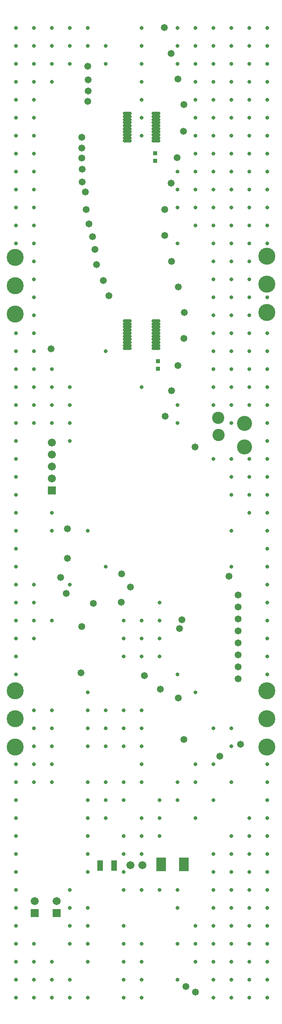
<source format=gbs>
G04*
G04 #@! TF.GenerationSoftware,Altium Limited,Altium Designer,18.1.6 (161)*
G04*
G04 Layer_Color=16711935*
%FSLAX25Y25*%
%MOIN*%
G70*
G01*
G75*
%ADD18R,0.03800X0.03600*%
%ADD30C,0.12611*%
%ADD31C,0.06706*%
%ADD32R,0.06706X0.06706*%
%ADD33C,0.03300*%
%ADD34C,0.10249*%
%ADD35C,0.14186*%
%ADD36C,0.05800*%
G04:AMPARAMS|DCode=66|XSize=25.72mil|YSize=70.99mil|CornerRadius=5.95mil|HoleSize=0mil|Usage=FLASHONLY|Rotation=270.000|XOffset=0mil|YOffset=0mil|HoleType=Round|Shape=RoundedRectangle|*
%AMROUNDEDRECTD66*
21,1,0.02572,0.05909,0,0,270.0*
21,1,0.01382,0.07099,0,0,270.0*
1,1,0.01190,-0.02955,-0.00691*
1,1,0.01190,-0.02955,0.00691*
1,1,0.01190,0.02955,0.00691*
1,1,0.01190,0.02955,-0.00691*
%
%ADD66ROUNDEDRECTD66*%
%ADD67R,0.07887X0.11430*%
%ADD68R,0.05131X0.09068*%
D18*
X1288568Y1221693D02*
D03*
Y1215315D02*
D03*
X1286220Y1388976D02*
D03*
Y1395354D02*
D03*
D30*
X1361024Y1169685D02*
D03*
Y1150000D02*
D03*
D31*
X1265569Y800579D02*
D03*
X1275569D02*
D03*
X1203819Y770748D02*
D03*
X1185709D02*
D03*
X1200000Y1153622D02*
D03*
Y1143622D02*
D03*
Y1133622D02*
D03*
Y1123622D02*
D03*
D32*
X1203819Y760748D02*
D03*
X1185709D02*
D03*
X1200000Y1113622D02*
D03*
D33*
X1380000Y1500000D02*
D03*
Y1485000D02*
D03*
Y1470000D02*
D03*
Y1455000D02*
D03*
Y1440000D02*
D03*
Y1425000D02*
D03*
Y1410000D02*
D03*
Y1395000D02*
D03*
Y1380000D02*
D03*
Y1365000D02*
D03*
Y1350000D02*
D03*
Y1335000D02*
D03*
Y1320000D02*
D03*
Y1275000D02*
D03*
Y1245000D02*
D03*
Y1230000D02*
D03*
Y1215000D02*
D03*
Y1200000D02*
D03*
Y1185000D02*
D03*
Y1170000D02*
D03*
Y1155000D02*
D03*
Y1140000D02*
D03*
Y1125000D02*
D03*
Y1110000D02*
D03*
Y1095000D02*
D03*
Y1080000D02*
D03*
Y1065000D02*
D03*
Y1050000D02*
D03*
Y1035000D02*
D03*
Y1020000D02*
D03*
Y1005000D02*
D03*
Y990000D02*
D03*
Y975000D02*
D03*
Y960000D02*
D03*
Y885000D02*
D03*
Y870000D02*
D03*
Y855000D02*
D03*
Y840000D02*
D03*
Y825000D02*
D03*
Y810000D02*
D03*
Y795000D02*
D03*
Y780000D02*
D03*
Y765000D02*
D03*
Y750000D02*
D03*
Y735000D02*
D03*
Y720000D02*
D03*
Y705000D02*
D03*
Y690000D02*
D03*
X1365000Y1500000D02*
D03*
Y1485000D02*
D03*
Y1470000D02*
D03*
Y1455000D02*
D03*
Y1440000D02*
D03*
Y1425000D02*
D03*
Y1410000D02*
D03*
Y1395000D02*
D03*
Y1380000D02*
D03*
Y1365000D02*
D03*
Y1350000D02*
D03*
Y1335000D02*
D03*
Y1320000D02*
D03*
Y1305000D02*
D03*
Y1290000D02*
D03*
Y1275000D02*
D03*
Y1260000D02*
D03*
Y1245000D02*
D03*
Y1230000D02*
D03*
Y1215000D02*
D03*
Y1200000D02*
D03*
Y1185000D02*
D03*
Y1140000D02*
D03*
Y1125000D02*
D03*
Y1110000D02*
D03*
Y1095000D02*
D03*
Y840000D02*
D03*
Y825000D02*
D03*
Y810000D02*
D03*
Y795000D02*
D03*
Y780000D02*
D03*
Y765000D02*
D03*
Y750000D02*
D03*
Y735000D02*
D03*
Y720000D02*
D03*
Y705000D02*
D03*
Y690000D02*
D03*
X1350000Y1500000D02*
D03*
Y1485000D02*
D03*
Y1470000D02*
D03*
Y1455000D02*
D03*
Y1440000D02*
D03*
Y1425000D02*
D03*
Y1410000D02*
D03*
Y1395000D02*
D03*
Y1380000D02*
D03*
Y1365000D02*
D03*
Y1350000D02*
D03*
Y1335000D02*
D03*
Y1320000D02*
D03*
Y1305000D02*
D03*
Y1290000D02*
D03*
Y1275000D02*
D03*
Y1260000D02*
D03*
Y1245000D02*
D03*
Y1230000D02*
D03*
Y1215000D02*
D03*
Y1200000D02*
D03*
Y1185000D02*
D03*
Y1170000D02*
D03*
Y1140000D02*
D03*
Y1125000D02*
D03*
Y1110000D02*
D03*
Y1080000D02*
D03*
Y1050000D02*
D03*
Y915000D02*
D03*
Y900000D02*
D03*
Y870000D02*
D03*
Y825000D02*
D03*
Y810000D02*
D03*
Y795000D02*
D03*
Y780000D02*
D03*
Y765000D02*
D03*
Y750000D02*
D03*
Y735000D02*
D03*
Y720000D02*
D03*
Y705000D02*
D03*
Y690000D02*
D03*
X1335000Y1500000D02*
D03*
Y1485000D02*
D03*
Y1470000D02*
D03*
Y1455000D02*
D03*
Y1440000D02*
D03*
Y1425000D02*
D03*
Y1410000D02*
D03*
Y1395000D02*
D03*
Y1380000D02*
D03*
Y1365000D02*
D03*
Y1350000D02*
D03*
Y1335000D02*
D03*
Y1320000D02*
D03*
Y1305000D02*
D03*
Y1290000D02*
D03*
Y1275000D02*
D03*
Y1260000D02*
D03*
Y1245000D02*
D03*
Y1230000D02*
D03*
Y1215000D02*
D03*
Y1200000D02*
D03*
Y1185000D02*
D03*
Y1140000D02*
D03*
Y915000D02*
D03*
Y885000D02*
D03*
Y855000D02*
D03*
Y810000D02*
D03*
Y795000D02*
D03*
Y780000D02*
D03*
Y765000D02*
D03*
Y750000D02*
D03*
Y735000D02*
D03*
Y720000D02*
D03*
Y705000D02*
D03*
Y690000D02*
D03*
X1320000Y1500000D02*
D03*
Y1485000D02*
D03*
Y1470000D02*
D03*
Y1455000D02*
D03*
Y1440000D02*
D03*
Y1425000D02*
D03*
Y1410000D02*
D03*
Y1395000D02*
D03*
Y1380000D02*
D03*
Y1365000D02*
D03*
Y1350000D02*
D03*
Y1335000D02*
D03*
Y945000D02*
D03*
Y885000D02*
D03*
Y870000D02*
D03*
Y840000D02*
D03*
Y750000D02*
D03*
Y735000D02*
D03*
Y720000D02*
D03*
X1305000Y1500000D02*
D03*
Y1485000D02*
D03*
Y1470000D02*
D03*
Y1380000D02*
D03*
Y1365000D02*
D03*
Y1350000D02*
D03*
Y1320000D02*
D03*
Y1185000D02*
D03*
Y1170000D02*
D03*
Y960000D02*
D03*
Y870000D02*
D03*
Y855000D02*
D03*
Y780000D02*
D03*
Y765000D02*
D03*
Y735000D02*
D03*
Y705000D02*
D03*
X1290000Y1020000D02*
D03*
Y1005000D02*
D03*
Y990000D02*
D03*
Y975000D02*
D03*
Y855000D02*
D03*
Y840000D02*
D03*
Y825000D02*
D03*
Y780000D02*
D03*
X1275000Y1500000D02*
D03*
Y1485000D02*
D03*
Y1470000D02*
D03*
Y1455000D02*
D03*
Y1440000D02*
D03*
Y1425000D02*
D03*
Y1410000D02*
D03*
Y1200000D02*
D03*
Y1005000D02*
D03*
Y990000D02*
D03*
Y975000D02*
D03*
Y930000D02*
D03*
Y915000D02*
D03*
Y900000D02*
D03*
Y885000D02*
D03*
Y870000D02*
D03*
Y840000D02*
D03*
Y825000D02*
D03*
Y810000D02*
D03*
Y780000D02*
D03*
Y735000D02*
D03*
Y720000D02*
D03*
Y705000D02*
D03*
Y690000D02*
D03*
X1260000Y1005000D02*
D03*
Y990000D02*
D03*
Y975000D02*
D03*
Y930000D02*
D03*
Y915000D02*
D03*
Y900000D02*
D03*
Y870000D02*
D03*
Y855000D02*
D03*
Y825000D02*
D03*
Y810000D02*
D03*
Y795000D02*
D03*
Y780000D02*
D03*
Y750000D02*
D03*
Y735000D02*
D03*
Y720000D02*
D03*
Y705000D02*
D03*
Y690000D02*
D03*
X1245000Y1485000D02*
D03*
Y1470000D02*
D03*
Y1230000D02*
D03*
Y1050000D02*
D03*
Y930000D02*
D03*
Y915000D02*
D03*
Y900000D02*
D03*
Y870000D02*
D03*
Y855000D02*
D03*
Y840000D02*
D03*
X1230000Y1500000D02*
D03*
Y1485000D02*
D03*
Y1080000D02*
D03*
Y945000D02*
D03*
Y930000D02*
D03*
Y915000D02*
D03*
Y900000D02*
D03*
Y870000D02*
D03*
Y855000D02*
D03*
Y840000D02*
D03*
Y825000D02*
D03*
Y810000D02*
D03*
Y795000D02*
D03*
Y765000D02*
D03*
Y750000D02*
D03*
Y735000D02*
D03*
Y720000D02*
D03*
Y690000D02*
D03*
X1215000Y1500000D02*
D03*
Y1485000D02*
D03*
Y1470000D02*
D03*
Y1200000D02*
D03*
Y1185000D02*
D03*
Y1170000D02*
D03*
Y1155000D02*
D03*
Y1035000D02*
D03*
Y780000D02*
D03*
Y765000D02*
D03*
Y750000D02*
D03*
Y735000D02*
D03*
Y705000D02*
D03*
Y690000D02*
D03*
X1200000Y1500000D02*
D03*
Y1485000D02*
D03*
Y1470000D02*
D03*
Y1455000D02*
D03*
Y1215000D02*
D03*
Y1200000D02*
D03*
Y1185000D02*
D03*
Y1170000D02*
D03*
Y1095000D02*
D03*
Y1080000D02*
D03*
Y1005000D02*
D03*
Y930000D02*
D03*
Y915000D02*
D03*
Y900000D02*
D03*
Y885000D02*
D03*
Y870000D02*
D03*
Y720000D02*
D03*
Y705000D02*
D03*
Y690000D02*
D03*
X1185000Y1500000D02*
D03*
Y1485000D02*
D03*
Y1470000D02*
D03*
Y1455000D02*
D03*
Y1440000D02*
D03*
Y1425000D02*
D03*
Y1410000D02*
D03*
Y1395000D02*
D03*
Y1380000D02*
D03*
Y1365000D02*
D03*
Y1350000D02*
D03*
Y1335000D02*
D03*
Y1320000D02*
D03*
Y1305000D02*
D03*
Y1290000D02*
D03*
Y1275000D02*
D03*
Y1260000D02*
D03*
Y1245000D02*
D03*
Y1230000D02*
D03*
Y1215000D02*
D03*
Y1200000D02*
D03*
Y1185000D02*
D03*
Y1170000D02*
D03*
Y1035000D02*
D03*
Y1020000D02*
D03*
Y1005000D02*
D03*
Y990000D02*
D03*
Y930000D02*
D03*
Y915000D02*
D03*
Y900000D02*
D03*
Y885000D02*
D03*
Y870000D02*
D03*
Y735000D02*
D03*
Y720000D02*
D03*
Y705000D02*
D03*
Y690000D02*
D03*
X1170000Y1500000D02*
D03*
Y1485000D02*
D03*
Y1470000D02*
D03*
Y1455000D02*
D03*
Y1440000D02*
D03*
Y1425000D02*
D03*
Y1410000D02*
D03*
Y1395000D02*
D03*
Y1380000D02*
D03*
Y1365000D02*
D03*
Y1350000D02*
D03*
Y1335000D02*
D03*
Y1320000D02*
D03*
Y1245000D02*
D03*
Y1230000D02*
D03*
Y1215000D02*
D03*
Y1200000D02*
D03*
Y1185000D02*
D03*
Y1170000D02*
D03*
Y1155000D02*
D03*
Y1140000D02*
D03*
Y1125000D02*
D03*
Y1110000D02*
D03*
Y1095000D02*
D03*
Y1080000D02*
D03*
Y1065000D02*
D03*
Y1050000D02*
D03*
Y1035000D02*
D03*
Y1020000D02*
D03*
Y1005000D02*
D03*
Y990000D02*
D03*
Y975000D02*
D03*
Y960000D02*
D03*
Y885000D02*
D03*
Y870000D02*
D03*
Y855000D02*
D03*
Y840000D02*
D03*
Y825000D02*
D03*
Y810000D02*
D03*
Y795000D02*
D03*
Y780000D02*
D03*
Y765000D02*
D03*
Y750000D02*
D03*
Y735000D02*
D03*
Y720000D02*
D03*
Y705000D02*
D03*
Y690000D02*
D03*
D34*
X1339370Y1159842D02*
D03*
X1338976Y1174409D02*
D03*
D35*
X1379528Y899213D02*
D03*
Y946457D02*
D03*
Y1285827D02*
D03*
X1169291Y922835D02*
D03*
Y899213D02*
D03*
Y946457D02*
D03*
X1379528Y1262205D02*
D03*
Y1309449D02*
D03*
X1169291Y1308268D02*
D03*
Y1261024D02*
D03*
Y1284646D02*
D03*
X1379528Y922835D02*
D03*
D36*
X1207087Y1040945D02*
D03*
X1348032Y1042126D02*
D03*
X1225197Y1381890D02*
D03*
Y1371260D02*
D03*
X1228740Y1348425D02*
D03*
X1234646Y1019291D02*
D03*
X1224409Y961417D02*
D03*
X1357480Y901575D02*
D03*
X1199213Y1231890D02*
D03*
X1308661Y1005512D02*
D03*
X1306693Y998425D02*
D03*
X1247638Y1276378D02*
D03*
X1340158Y891732D02*
D03*
X1211811Y1027559D02*
D03*
X1257874Y1020472D02*
D03*
X1212992Y1057087D02*
D03*
Y1081496D02*
D03*
X1277165Y959055D02*
D03*
X1224803Y1000000D02*
D03*
X1290551Y947638D02*
D03*
X1305512Y940158D02*
D03*
X1319685Y1150000D02*
D03*
X1311811Y699213D02*
D03*
X1258268Y1044094D02*
D03*
X1265748Y1033071D02*
D03*
X1320079Y694488D02*
D03*
X1310236Y905512D02*
D03*
X1242913Y1288976D02*
D03*
X1237402Y1302331D02*
D03*
X1355512Y1026221D02*
D03*
Y1016220D02*
D03*
Y1006221D02*
D03*
Y996220D02*
D03*
Y986220D02*
D03*
Y976221D02*
D03*
Y966220D02*
D03*
Y956221D02*
D03*
X1227953Y1362992D02*
D03*
X1224803Y1391339D02*
D03*
Y1399606D02*
D03*
X1235827Y1314961D02*
D03*
X1231039Y1336220D02*
D03*
X1224803Y1408661D02*
D03*
X1229921Y1438583D02*
D03*
X1233858Y1325591D02*
D03*
X1230315Y1447244D02*
D03*
Y1456693D02*
D03*
X1229921Y1468110D02*
D03*
X1309842Y1413780D02*
D03*
X1294094Y1348425D02*
D03*
X1293898Y1500197D02*
D03*
X1299606Y1478740D02*
D03*
X1305315Y1457283D02*
D03*
X1310236Y1435827D02*
D03*
X1299606Y1370472D02*
D03*
X1304724Y1391732D02*
D03*
X1310236Y1240551D02*
D03*
X1305118Y1218110D02*
D03*
X1300000Y1196850D02*
D03*
X1310630Y1262205D02*
D03*
X1305709Y1283661D02*
D03*
X1300000Y1305118D02*
D03*
X1294291Y1326575D02*
D03*
X1294488Y1175591D02*
D03*
D66*
X1286772Y1428555D02*
D03*
Y1425996D02*
D03*
Y1423437D02*
D03*
Y1420878D02*
D03*
Y1418319D02*
D03*
Y1415760D02*
D03*
Y1413201D02*
D03*
Y1410642D02*
D03*
Y1408083D02*
D03*
Y1405524D02*
D03*
X1262756Y1428555D02*
D03*
Y1425996D02*
D03*
Y1423437D02*
D03*
Y1420878D02*
D03*
Y1418319D02*
D03*
Y1415760D02*
D03*
Y1413201D02*
D03*
Y1410642D02*
D03*
Y1408083D02*
D03*
Y1405524D02*
D03*
X1286972Y1255268D02*
D03*
Y1252709D02*
D03*
Y1250150D02*
D03*
Y1247591D02*
D03*
Y1245032D02*
D03*
Y1242472D02*
D03*
Y1239913D02*
D03*
Y1237354D02*
D03*
Y1234795D02*
D03*
Y1232236D02*
D03*
X1262957Y1255268D02*
D03*
Y1252709D02*
D03*
Y1250150D02*
D03*
Y1247591D02*
D03*
Y1245032D02*
D03*
Y1242472D02*
D03*
Y1239913D02*
D03*
Y1237354D02*
D03*
Y1234795D02*
D03*
Y1232236D02*
D03*
D67*
X1291287Y801181D02*
D03*
X1310387D02*
D03*
D68*
X1251963Y800394D02*
D03*
X1240163D02*
D03*
M02*

</source>
